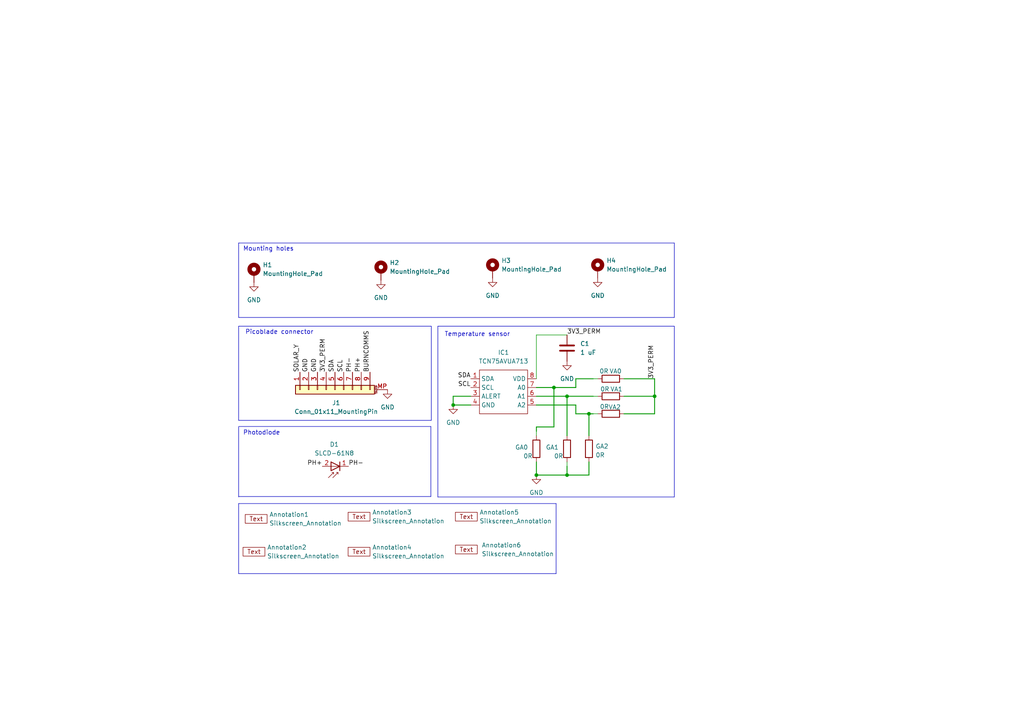
<source format=kicad_sch>
(kicad_sch (version 20230121) (generator eeschema)
  (paper "A4")
  (lib_symbols
    (symbol "Connector_Generic_MountingPin:Conn_01x09_MountingPin" (pin_names (offset 1.016) hide)
      (property "Reference" "J" (at 0 12.7 0))
      (property "Value" "Conn_01x09_MountingPin" (at 1.27 -12.7 0))
      (symbol "Conn_01x09_MountingPin_1_1"
        (rectangle (start -1.27 -10.033) (end 0 -10.287) (stroke (width 0.1524)))
        (rectangle (start -1.27 -7.493) (end 0 -7.747) (stroke (width 0.1524)))
        (rectangle (start -1.27 -4.953) (end 0 -5.207) (stroke (width 0.1524)))
        (rectangle (start -1.27 -2.413) (end 0 -2.667) (stroke (width 0.1524)))
        (rectangle (start -1.27 0.127) (end 0 -0.127) (stroke (width 0.1524)))
        (rectangle (start -1.27 2.667) (end 0 2.413) (stroke (width 0.1524)))
        (rectangle (start -1.27 5.207) (end 0 4.953) (stroke (width 0.1524)))
        (rectangle (start -1.27 7.747) (end 0 7.493) (stroke (width 0.1524)))
        (rectangle (start -1.27 10.287) (end 0 10.033) (stroke (width 0.1524)))
        (rectangle (start -1.27 11.43) (end 1.27 -11.43) (stroke (width 0.254)) (fill (type background)))
        (polyline (pts (xy -1.016 -12.192) (xy 1.016 -12.192)) (stroke (width 0.1524)))
        (text "Mounting" (at 0 -11.811 0) (effects (font (size 0.381 0.381))))
        (pin passive line (at -5.08 10.16 0) (length 3.81) (name "Pin_1") (number "1"))
        (pin passive line (at -5.08 7.62 0) (length 3.81) (name "Pin_2") (number "2"))
        (pin passive line (at -5.08 5.08 0) (length 3.81) (name "Pin_3") (number "3"))
        (pin passive line (at -5.08 2.54 0) (length 3.81) (name "Pin_4") (number "4"))
        (pin passive line (at -5.08 0 0) (length 3.81) (name "Pin_5") (number "5"))
        (pin passive line (at -5.08 -2.54 0) (length 3.81) (name "Pin_6") (number "6"))
        (pin passive line (at -5.08 -5.08 0) (length 3.81) (name "Pin_7") (number "7"))
        (pin passive line (at -5.08 -7.62 0) (length 3.81) (name "Pin_8") (number "8"))
        (pin passive line (at -5.08 -10.16 0) (length 3.81) (name "Pin_9") (number "9"))
        (pin passive line (at 0 -15.24 90) (length 3.048) (name "MountPin") (number "MP"))
      )
    )
    (symbol "Device:C" (pin_numbers hide) (pin_names (offset 0.254))
      (property "Reference" "C" (at 0.635 2.54 0))
      (property "Value" "C" (at 0.635 -2.54 0))
      (symbol "C_0_1"
        (polyline (pts (xy -2.032 -0.762) (xy 2.032 -0.762)) (stroke (width 0.508)))
        (polyline (pts (xy -2.032 0.762) (xy 2.032 0.762)) (stroke (width 0.508)))
      )
      (symbol "C_1_1"
        (pin passive line (at 0 3.81 270) (length 2.794) (name "~") (number "1"))
        (pin passive line (at 0 -3.81 90) (length 2.794) (name "~") (number "2"))
      )
    )
    (symbol "Device:R" (pin_numbers hide) (pin_names (offset 0))
      (property "Reference" "R" (at 2.032 0 90))
      (property "Value" "R" (at 0 0 90))
      (symbol "R_0_1"
        (rectangle (start -1.016 -2.54) (end 1.016 2.54) (stroke (width 0.254)))
      )
      (symbol "R_1_1"
        (pin passive line (at 0 3.81 270) (length 1.27) (name "~") (number "1"))
        (pin passive line (at 0 -3.81 90) (length 1.27) (name "~") (number "2"))
      )
    )
    (symbol "GND_10" (power) (pin_names (offset 0))
      (property "Value" "GND_10" (at 0 -3.81 0))
      (symbol "GND_10_0_1"
        (polyline (pts (xy 0 0) (xy 0 -1.27) (xy 1.27 -1.27) (xy 0 -2.54) (xy -1.27 -1.27) (xy 0 -1.27)))
      )
      (symbol "GND_10_1_1"
        (pin power_in line (at 0 0 270) (length 0) hide (name "GND") (number "1"))
      )
    )
    (symbol "GND_5" (power) (pin_names (offset 0))
      (property "Value" "GND_5" (at 0 -3.81 0))
      (symbol "GND_5_0_1"
        (polyline (pts (xy 0 0) (xy 0 -1.27) (xy 1.27 -1.27) (xy 0 -2.54) (xy -1.27 -1.27) (xy 0 -1.27)))
      )
      (symbol "GND_5_1_1"
        (pin power_in line (at 0 0 270) (length 0) hide (name "GND") (number "1"))
      )
    )
    (symbol "GND_6" (power) (pin_names (offset 0))
      (property "Value" "GND_6" (at 0 -3.81 0))
      (symbol "GND_6_0_1"
        (polyline (pts (xy 0 0) (xy 0 -1.27) (xy 1.27 -1.27) (xy 0 -2.54) (xy -1.27 -1.27) (xy 0 -1.27)))
      )
      (symbol "GND_6_1_1"
        (pin power_in line (at 0 0 270) (length 0) hide (name "GND") (number "1"))
      )
    )
    (symbol "GND_7" (power) (pin_names (offset 0))
      (property "Value" "GND_7" (at 0 -3.81 0))
      (symbol "GND_7_0_1"
        (polyline (pts (xy 0 0) (xy 0 -1.27) (xy 1.27 -1.27) (xy 0 -2.54) (xy -1.27 -1.27) (xy 0 -1.27)))
      )
      (symbol "GND_7_1_1"
        (pin power_in line (at 0 0 270) (length 0) hide (name "GND") (number "1"))
      )
    )
    (symbol "Mechanical:MountingHole_Pad" (pin_numbers hide) (pin_names (offset 1.016) hide)
      (property "Reference" "H" (at 0 6.35 0))
      (property "Value" "MountingHole_Pad" (at 0 4.445 0))
      (symbol "MountingHole_Pad_0_1"
        (circle (center 0 1.27) (radius 1.27) (stroke (width 1.27)))
      )
      (symbol "MountingHole_Pad_1_1"
        (pin input line (at 0 -2.54 90) (length 2.54) (name "1") (number "1"))
      )
    )
    (symbol "SP_ICs:TCN75AVUA713"
      (property "Reference" "U" (at 6.35 6.35 0))
      (property "Value" "TCN75AVUA713" (at 8.89 3.81 0))
      (symbol "TCN75AVUA713_0_0"
        (pin unspecified line (at 0 0 0) (length 2.54) (name "SDA") (number "1"))
        (pin unspecified line (at 0 -2.54 0) (length 2.54) (name "SCL") (number "2"))
        (pin unspecified line (at 0 -5.08 0) (length 2.54) (name "ALERT") (number "3"))
        (pin unspecified line (at 0 -7.62 0) (length 2.54) (name "GND") (number "4"))
        (pin unspecified line (at 19.05 -7.62 180) (length 2.54) (name "A2") (number "5"))
        (pin unspecified line (at 19.05 -5.08 180) (length 2.54) (name "A1") (number "6"))
        (pin unspecified line (at 19.05 -2.54 180) (length 2.54) (name "A0") (number "7"))
        (pin unspecified line (at 19.05 0 180) (length 2.54) (name "VDD") (number "8"))
      )
      (symbol "TCN75AVUA713_0_1"
        (rectangle (start 2.54 2.54) (end 16.51 -10.16))
      )
    )
    (symbol "passive-nsl:SLCD-61N8"
      (property "Reference" "D" (at 0 4.318 0))
      (property "Value" "SLCD-61N8" (at -0.254 -2.286 0))
      (symbol "SLCD-61N8_0_1"
        (polyline (pts (xy -1.524 1.27) (xy -1.524 -1.27)) (stroke (width 0.254)))
        (polyline (pts (xy -1.016 1.778) (xy -0.508 1.778)))
        (polyline (pts (xy 1.016 0) (xy -1.524 0)))
        (polyline (pts (xy 0.508 3.302) (xy -1.016 1.778) (xy -1.016 2.286)))
        (polyline (pts (xy 1.016 -1.27) (xy 1.016 1.27) (xy -1.524 0) (xy 1.016 -1.27)) (stroke (width 0.254)))
        (polyline (pts (xy 1.778 3.302) (xy 0.254 1.778) (xy 0.254 2.286) (xy 0.254 1.778) (xy 0.762 1.778)))
      )
      (symbol "SLCD-61N8_1_1"
        (pin passive line (at -4.064 0 0) (length 2.54) (name "") (number "1"))
        (pin passive line (at 3.556 0 180) (length 2.54) (name "") (number "2"))
      )
    )
    (symbol "power:GND" (power) (pin_names (offset 0))
      (property "Value" "GND" (at 0 -3.81 0))
      (symbol "GND_0_1"
        (polyline (pts (xy 0 0) (xy 0 -1.27) (xy 1.27 -1.27) (xy 0 -2.54) (xy -1.27 -1.27) (xy 0 -1.27)))
      )
      (symbol "GND_1_1"
        (pin power_in line (at 0 0 270) (length 0) hide (name "GND") (number "1"))
      )
    )
    (symbol "symbols-nsl:Silkscreen_Annotation"
      (property "Reference" "Annotation" (at 3.81 0 0))
      (property "Value" "Silkscreen_Annotation" (at 8.89 2.54 0))
      (symbol "Silkscreen_Annotation_0_0"
        (text "Text" (at 1.905 5.715 0) (effects (font (size 1.27 1.27))))
      )
      (symbol "Silkscreen_Annotation_0_1"
        (rectangle (start -1.27 6.985) (end 5.08 4.445))
      )
    )
  )
  (junction (at 131.445 117.475))
  (junction (at 164.465 137.795))
  (junction (at 160.655 112.395))
  (junction (at 170.815 120.015))
  (junction (at 189.865 114.935))
  (junction (at 164.465 114.935))
  (junction (at 155.575 137.795))
  (wire (pts (xy 170.815 120.015) (xy 170.815 126.365)) (stroke (width 0.254)))
  (wire (pts (xy 131.445 114.935) (xy 131.445 117.475)) (stroke (width 0.254)))
  (wire (pts (xy 180.975 120.015) (xy 189.865 120.015)) (stroke (width 0.254)))
  (polyline (pts (xy 69.215 146.05) (xy 69.215 166.37)))
  (polyline (pts (xy 69.215 123.698) (xy 124.968 123.698)))
  (wire (pts (xy 167.005 120.015) (xy 167.005 117.475)) (stroke (width 0.254)))
  (wire (pts (xy 155.575 125.095) (xy 155.575 123.825)) (stroke (width 0.254)))
  (polyline (pts (xy 69.215 70.485) (xy 195.58 70.485)))
  (polyline (pts (xy 127 94.615) (xy 127 144.145)))
  (wire (pts (xy 172.085 120.015) (xy 173.355 120.015)))
  (wire (pts (xy 172.085 109.855) (xy 173.355 109.855)))
  (wire (pts (xy 170.815 133.985) (xy 170.815 137.795)) (stroke (width 0.254)))
  (wire (pts (xy 155.575 137.795) (xy 164.465 137.795)) (stroke (width 0.254)))
  (polyline (pts (xy 69.215 144.018) (xy 124.968 144.018)))
  (polyline (pts (xy 125.095 94.615) (xy 125.095 121.92)))
  (wire (pts (xy 155.575 114.935) (xy 164.465 114.935)) (stroke (width 0.254)))
  (wire (pts (xy 155.575 133.985) (xy 155.575 137.795)) (stroke (width 0.254)))
  (wire (pts (xy 189.865 114.935) (xy 189.865 120.015)) (stroke (width 0.254)))
  (wire (pts (xy 167.005 109.855) (xy 167.005 112.395)) (stroke (width 0.254)))
  (polyline (pts (xy 69.215 121.92) (xy 125.095 121.92)))
  (wire (pts (xy 170.815 120.015) (xy 167.005 120.015)) (stroke (width 0.254)))
  (wire (pts (xy 160.655 123.825) (xy 160.655 112.395)) (stroke (width 0.254)))
  (polyline (pts (xy 161.29 146.05) (xy 161.29 166.37)))
  (wire (pts (xy 172.085 114.935) (xy 173.355 114.935)))
  (wire (pts (xy 155.575 117.475) (xy 167.005 117.475)) (stroke (width 0.254)))
  (wire (pts (xy 131.445 114.935) (xy 136.525 114.935)) (stroke (width 0.254)))
  (wire (pts (xy 131.445 117.475) (xy 136.525 117.475)) (stroke (width 0.254)))
  (polyline (pts (xy 195.58 92.075) (xy 69.215 92.075)))
  (wire (pts (xy 164.465 133.985) (xy 164.465 135.255)))
  (wire (pts (xy 155.575 97.155) (xy 164.465 97.155)))
  (polyline (pts (xy 69.215 123.825) (xy 69.215 144.145)))
  (wire (pts (xy 155.575 123.825) (xy 160.655 123.825)) (stroke (width 0.254)))
  (polyline (pts (xy 127 94.615) (xy 195.58 94.615)))
  (wire (pts (xy 180.975 109.855) (xy 189.865 109.855)) (stroke (width 0.254)))
  (polyline (pts (xy 195.58 94.615) (xy 195.58 144.145)))
  (wire (pts (xy 164.465 135.255) (xy 164.465 137.795)) (stroke (width 0.254)))
  (polyline (pts (xy 69.215 166.37) (xy 161.29 166.37)))
  (wire (pts (xy 189.865 109.855) (xy 189.865 114.935)) (stroke (width 0.254)))
  (polyline (pts (xy 69.215 70.485) (xy 69.215 92.075)))
  (wire (pts (xy 164.465 137.795) (xy 170.815 137.795)) (stroke (width 0.254)))
  (polyline (pts (xy 69.215 146.05) (xy 161.29 146.05)))
  (wire (pts (xy 180.975 114.935) (xy 189.865 114.935)) (stroke (width 0.254)))
  (wire (pts (xy 172.085 114.935) (xy 164.465 114.935)) (stroke (width 0.254)))
  (wire (pts (xy 167.005 112.395) (xy 160.655 112.395)) (stroke (width 0.254)))
  (polyline (pts (xy 195.58 144.145) (xy 127 144.145)))
  (wire (pts (xy 155.575 109.855) (xy 155.575 97.155)))
  (wire (pts (xy 155.575 112.395) (xy 160.655 112.395)) (stroke (width 0.254)))
  (wire (pts (xy 155.575 125.095) (xy 155.575 126.365)))
  (polyline (pts (xy 69.215 94.615) (xy 69.215 121.92)))
  (wire (pts (xy 172.085 120.015) (xy 170.815 120.015)) (stroke (width 0.254)))
  (polyline (pts (xy 69.215 94.615) (xy 125.095 94.615)))
  (polyline (pts (xy 195.58 70.485) (xy 195.58 92.075)))
  (wire (pts (xy 172.085 109.855) (xy 167.005 109.855)) (stroke (width 0.254)))
  (polyline (pts (xy 124.968 123.698) (xy 124.968 144.018)))
  (wire (pts (xy 164.465 114.935) (xy 164.465 126.365)) (stroke (width 0.254)))
  (text "Photodiode\n" (at 70.485 126.365 0) (effects (font (size 1.27 1.27)) (justify left bottom)))
  (text "Picoblade connector" (at 71.12 97.155 0) (effects (font (size 1.27 1.27)) (justify left bottom)))
  (text "Mounting holes\n" (at 70.485 73.025 0) (effects (font (size 1.27 1.27)) (justify left bottom)))
  (text "Temperature sensor" (at 128.905 97.79 0) (effects (font (size 1.27 1.27)) (justify left bottom)))
  (label "3V3_PERM" (at 164.465 97.155 0))
  (label "PH+" (at 93.472 135.255 180))
  (label "SOLAR_Y" (at 86.995 107.95 90))
  (label "PH-" (at 102.235 107.95 90))
  (label "PH-" (at 101.092 135.255 0))
  (label "3V3_PERM" (at 94.615 107.95 90))
  (label "PH+" (at 104.775 107.95 90))
  (label "GND" (at 89.535 107.95 90))
  (label "SDA" (at 136.525 109.855 180))
  (label "SCL" (at 136.525 112.395 180))
  (label "3V3_PERM" (at 189.865 109.855 90))
  (label "SCL" (at 99.695 107.95 90))
  (label "BURNCOMMS" (at 107.315 107.95 90))
  (label "GND" (at 92.075 107.95 90))
  (label "SDA" (at 97.155 107.95 90))
  (symbol (lib_id "Device:R") (at 155.575 130.175 0) (unit 1)
    (property "Reference" "GA0" (at 149.3923 130.4626 0) (effects (justify left bottom)))
    (property "Value" "0R" (at 151.7829 133.0034 0) (effects (justify left bottom)))
    (property "Footprint" "Resistor_SMD:R_0805_2012Metric" (effects hide))
    (property "NAMEALIAS" "Value(Ω)" (effects hide))
    (property "BOM_SUPPLIER PART" "71-CRCW0805J-5K" (effects hide))
    (property "BOM_SUPPLIER" "Mouser" (effects hide))
    (property "CONTRIBUTOR" "LCEDA_Lib" (effects hide))
    (property "SPICEPRE" "R" (effects hide))
    (property "SPICESYMBOLNAME" "R_0603_US" (effects hide))
    (property "BOM_MANUFACTURER PART" "CRCW08055K00JNTA" (effects hide))
    (property "BOM_MANUFACTURER" "Vishay / Dale" (effects hide))
    (property "BOM_LINK" "https://www.mouser.es/ProductDetail/Vishay-Dale/CRCW08055K00JNTA?qs=%2Fha2pyFadui6t5gBae62ocFJ46SNue422n5luvT1xmc7fnXInubqKA%3D%3D" (effects hide))
    (property "Manufacturer 1" "Vishay / Dale" (effects hide))
    (property "Manufacturer Part Number 1" "CRCW08055K00JNTA" (effects hide))
    (property "Supplier 1" "Mouser" (effects hide))
    (property "Supplier Part Number 1" "71-CRCW0805J-5K" (effects hide))
  )
  (symbol (lib_id "Mechanical:MountingHole_Pad") (at 73.66 79.375 0) (unit 1)
    (property "Reference" "H1" (at 76.2 76.8349 0) (effects (justify left)))
    (property "Value" "MountingHole_Pad" (at 76.2 79.3749 0) (effects (justify left)))
    (property "Footprint" "MountingHole:MountingHole_3.2mm_M3_ISO14580_Pad" (effects hide))
    (property "Manufacturer 1" "N/A" (effects hide))
    (property "Manufacturer Part Number 1" "N/A" (effects hide))
    (property "Supplier 1" "N/A" (effects hide))
    (property "Supplier Part Number 1" "N/A" (effects hide))
  )
  (symbol (lib_name "GND_5") (lib_id "power:GND") (at 164.465 104.775 0) (unit 1)
    (property "Reference" "#PWR0102" (effects hide))
    (property "Value" "GND" (at 164.465 109.855 0))
  )
  (symbol (lib_id "symbols-nsl:Silkscreen_Annotation") (at 102.235 155.575 0) (unit 1)
    (property "Reference" "Annotation3" (at 107.95 148.5899 0) (effects (justify left)))
    (property "Value" "Silkscreen_Annotation" (at 107.95 151.1299 0) (effects (justify left)))
    (property "Footprint" "symbols-nsl:NSL_long" (effects hide))
  )
  (symbol (lib_id "symbols-nsl:Silkscreen_Annotation") (at 72.39 156.21 0) (unit 1)
    (property "Reference" "Annotation1" (at 78.105 149.2249 0) (effects (justify left)))
    (property "Value" "Silkscreen_Annotation" (at 78.105 151.7649 0) (effects (justify left)))
    (property "Footprint" "symbols-nsl:IEEE_logo" (effects hide))
  )
  (symbol (lib_id "symbols-nsl:Silkscreen_Annotation") (at 133.35 155.575 0) (unit 1)
    (property "Reference" "Annotation5" (at 139.065 148.5899 0) (effects (justify left)))
    (property "Value" "Silkscreen_Annotation" (at 139.065 151.1299 0) (effects (justify left)))
    (property "Footprint" "symbols-nsl:UPC_positiu" (effects hide))
  )
  (symbol (lib_name "GND_6") (lib_id "power:GND") (at 110.49 81.28 0) (unit 1)
    (property "Reference" "#PWR0105" (effects hide))
    (property "Value" "GND" (at 110.49 86.36 0))
  )
  (symbol (lib_id "symbols-nsl:Silkscreen_Annotation") (at 102.235 165.735 0) (unit 1)
    (property "Reference" "Annotation4" (at 107.95 158.7499 0) (effects (justify left)))
    (property "Value" "Silkscreen_Annotation" (at 107.95 161.2899 0) (effects (justify left)))
    (property "Footprint" "symbols-nsl:Telecos" (effects hide))
  )
  (symbol (lib_id "power:GND") (at 73.66 81.915 0) (unit 1)
    (property "Reference" "#PWR0106" (effects hide))
    (property "Value" "GND" (at 73.66 86.995 0))
  )
  (symbol (lib_id "Device:R") (at 177.165 120.015 90) (unit 1)
    (property "Reference" "VA2" (at 180.086 117.348 90) (effects (justify left bottom)))
    (property "Value" "0R" (at 176.657 117.221 90) (effects (justify left bottom)))
    (property "Footprint" "Resistor_SMD:R_0805_2012Metric" (effects hide))
    (property "NAMEALIAS" "Value(Ω)" (effects hide))
    (property "BOM_SUPPLIER PART" "71-CRCW0805J-5K" (effects hide))
    (property "BOM_SUPPLIER" "Mouser" (effects hide))
    (property "CONTRIBUTOR" "LCEDA_Lib" (effects hide))
    (property "SPICEPRE" "R" (effects hide))
    (property "SPICESYMBOLNAME" "R_0603_US" (effects hide))
    (property "BOM_MANUFACTURER PART" "CRCW08055K00JNTA" (effects hide))
    (property "BOM_MANUFACTURER" "Vishay / Dale" (effects hide))
    (property "BOM_LINK" "https://www.mouser.es/ProductDetail/Vishay-Dale/CRCW08055K00JNTA?qs=%2Fha2pyFadui6t5gBae62ocFJ46SNue422n5luvT1xmc7fnXInubqKA%3D%3D" (effects hide))
    (property "Manufacturer 1" "Vishay / Dale" (effects hide))
    (property "Manufacturer Part Number 1" "CRCW08055K00JNTA" (effects hide))
    (property "Supplier 1" "Mouser" (effects hide))
    (property "Supplier Part Number 1" "71-CRCW0805J-5K" (effects hide))
  )
  (symbol (lib_name "GND_7") (lib_id "power:GND") (at 173.355 80.645 0) (unit 1)
    (property "Reference" "#PWR0108" (effects hide))
    (property "Value" "GND" (at 173.355 85.725 0))
  )
  (symbol (lib_id "Device:R") (at 177.165 109.855 90) (unit 1)
    (property "Reference" "VA0" (at 180.34 106.934 90) (effects (justify left bottom)))
    (property "Value" "0R" (at 176.53 106.934 90) (effects (justify left bottom)))
    (property "Footprint" "Resistor_SMD:R_0805_2012Metric" (effects hide))
    (property "NAMEALIAS" "Value(Ω)" (effects hide))
    (property "BOM_SUPPLIER PART" "71-CRCW0805J-5K" (effects hide))
    (property "BOM_SUPPLIER" "Mouser" (effects hide))
    (property "CONTRIBUTOR" "LCEDA_Lib" (effects hide))
    (property "SPICEPRE" "R" (effects hide))
    (property "SPICESYMBOLNAME" "R_0603_US" (effects hide))
    (property "BOM_MANUFACTURER PART" "CRCW08055K00JNTA" (effects hide))
    (property "BOM_MANUFACTURER" "Vishay / Dale" (effects hide))
    (property "BOM_LINK" "https://www.mouser.es/ProductDetail/Vishay-Dale/CRCW08055K00JNTA?qs=%2Fha2pyFadui6t5gBae62ocFJ46SNue422n5luvT1xmc7fnXInubqKA%3D%3D" (effects hide))
    (property "Manufacturer 1" "Vishay / Dale" (effects hide))
    (property "Manufacturer Part Number 1" "CRCW08055K00JNTA" (effects hide))
    (property "Supplier 1" "Mouser" (effects hide))
    (property "Supplier Part Number 1" "71-CRCW0805J-5K" (effects hide))
  )
  (symbol (lib_id "Device:C") (at 164.465 100.965 0) (unit 1)
    (property "Reference" "C1" (at 168.275 99.6949 0) (effects (justify left)))
    (property "Value" "1 uF" (at 168.275 102.2349 0) (effects (justify left)))
    (property "Footprint" "Capacitor_SMD:C_0603_1608Metric" (effects hide))
    (property "Supplier 1" "Mouser" (effects hide))
    (property "Manufacturer 1" "Murata Electronics" (effects hide))
    (property "Manufacturer Part Number 1" "GRM188R72A104KA35J" (effects hide))
    (property "Supplier Part Number 1" "81-GRM188R72A104KA5J" (effects hide))
  )
  (symbol (lib_id "symbols-nsl:Silkscreen_Annotation") (at 133.35 165.1 0) (unit 1)
    (property "Reference" "Annotation6" (at 139.7 158.115 0) (effects (justify left)))
    (property "Value" "Silkscreen_Annotation" (at 139.7 160.655 0) (effects (justify left)))
    (property "Footprint" "symbols-nsl:NSL_Lektron" (effects hide))
  )
  (symbol (lib_id "Mechanical:MountingHole_Pad") (at 110.49 78.74 0) (unit 1)
    (property "Reference" "H2" (at 113.03 76.1999 0) (effects (justify left)))
    (property "Value" "MountingHole_Pad" (at 113.03 78.7399 0) (effects (justify left)))
    (property "Footprint" "MountingHole:MountingHole_3.2mm_M3_ISO14580_Pad" (effects hide))
    (property "Manufacturer 1" "N/A" (effects hide))
    (property "Manufacturer Part Number 1" "N/A" (effects hide))
    (property "Supplier 1" "N/A" (effects hide))
    (property "Supplier Part Number 1" "N/A" (effects hide))
  )
  (symbol (lib_id "passive-nsl:SLCD-61N8") (at 97.028 135.255 180) (unit 1)
    (property "Reference" "D1" (at 96.9645 128.905 0))
    (property "Value" "SLCD-61N8" (at 96.9645 131.445 0))
    (property "Footprint" "passive-nsl:SLCD-61N8" (effects hide))
    (property "Manufacturer 1" "Advanced Photonix" (effects hide))
    (property "Manufacturer Part Number 1" "SLCD-61N8" (effects hide))
    (property "Supplier 1" "Farnell" (effects hide))
    (property "Supplier Part Number 1" "1218991" (effects hide))
  )
  (symbol (lib_id "Mechanical:MountingHole_Pad") (at 142.875 78.105 0) (unit 1)
    (property "Reference" "H3" (at 145.415 75.5649 0) (effects (justify left)))
    (property "Value" "MountingHole_Pad" (at 145.415 78.1049 0) (effects (justify left)))
    (property "Footprint" "MountingHole:MountingHole_3.2mm_M3_ISO14580_Pad" (effects hide))
    (property "Manufacturer 1" "N/A" (effects hide))
    (property "Manufacturer Part Number 1" "N/A" (effects hide))
    (property "Supplier 1" "N/A" (effects hide))
    (property "Supplier Part Number 1" "N/A" (effects hide))
  )
  (symbol (lib_name "GND_10") (lib_id "power:GND") (at 142.875 80.645 0) (unit 1)
    (property "Reference" "#PWR0107" (effects hide))
    (property "Value" "GND" (at 142.875 85.725 0))
  )
  (symbol (lib_id "Mechanical:MountingHole_Pad") (at 173.355 78.105 0) (unit 1)
    (property "Reference" "H4" (at 175.895 75.5649 0) (effects (justify left)))
    (property "Value" "MountingHole_Pad" (at 175.895 78.1049 0) (effects (justify left)))
    (property "Footprint" "MountingHole:MountingHole_3.2mm_M3_ISO14580_Pad" (effects hide))
    (property "Manufacturer 1" "N/A" (effects hide))
    (property "Manufacturer Part Number 1" "N/A" (effects hide))
    (property "Supplier 1" "N/A" (effects hide))
    (property "Supplier Part Number 1" "N/A" (effects hide))
  )
  (symbol (lib_name "GND_5") (lib_id "power:GND") (at 131.445 117.475 0) (unit 1)
    (property "Reference" "#PWR0101" (effects hide))
    (property "Value" "GND" (at 131.445 122.555 0))
  )
  (symbol (lib_id "Device:R") (at 164.465 130.175 0) (unit 1)
    (property "Reference" "GA1" (at 158.2823 130.4626 0) (effects (justify left bottom)))
    (property "Value" "0R" (at 160.6729 133.0034 0) (effects (justify left bottom)))
    (property "Footprint" "Resistor_SMD:R_0805_2012Metric" (effects hide))
    (property "NAMEALIAS" "Value(Ω)" (effects hide))
    (property "BOM_SUPPLIER PART" "71-CRCW0805J-5K" (effects hide))
    (property "BOM_SUPPLIER" "Mouser" (effects hide))
    (property "CONTRIBUTOR" "LCEDA_Lib" (effects hide))
    (property "SPICEPRE" "R" (effects hide))
    (property "SPICESYMBOLNAME" "R_0603_US" (effects hide))
    (property "BOM_MANUFACTURER PART" "CRCW08055K00JNTA" (effects hide))
    (property "BOM_MANUFACTURER" "Vishay / Dale" (effects hide))
    (property "BOM_LINK" "https://www.mouser.es/ProductDetail/Vishay-Dale/CRCW08055K00JNTA?qs=%2Fha2pyFadui6t5gBae62ocFJ46SNue422n5luvT1xmc7fnXInubqKA%3D%3D" (effects hide))
    (property "Manufacturer 1" "Vishay / Dale" (effects hide))
    (property "Manufacturer Part Number 1" "CRCW08055K00JNTA" (effects hide))
    (property "Supplier 1" "Mouser" (effects hide))
    (property "Supplier Part Number 1" "71-CRCW0805J-5K" (effects hide))
  )
  (symbol (lib_id "SP_ICs:TCN75AVUA713") (at 136.525 109.855 0) (unit 1)
    (property "Reference" "IC1" (at 146.05 102.235 0))
    (property "Value" "TCN75AVUA713" (at 146.05 104.775 0))
    (property "Footprint" "sensor-nsl:TCN75AVOA" (effects hide))
    (property "Manufacturer 1" "Microchip" (effects hide))
    (property "Manufacturer Part Number 1" "TCN75AVOA" (effects hide))
    (property "Supplier 1" "Mouser" (effects hide))
    (property "Supplier Part Number 1" " 579-TCN75AVOA" (effects hide))
  )
  (symbol (lib_name "GND_5") (lib_id "power:GND") (at 155.575 137.795 0) (unit 1)
    (property "Reference" "#PWR0103" (effects hide))
    (property "Value" "GND" (at 155.575 142.875 0))
  )
  (symbol (lib_id "symbols-nsl:Silkscreen_Annotation") (at 71.755 165.735 0) (unit 1)
    (property "Reference" "Annotation2" (at 77.47 158.7499 0) (effects (justify left)))
    (property "Value" "Silkscreen_Annotation" (at 77.47 161.2899 0) (effects (justify left)))
    (property "Footprint" "symbols-nsl:GRSS" (effects hide))
  )
  (symbol (lib_id "Device:R") (at 177.165 114.935 90) (unit 1)
    (property "Reference" "VA1" (at 180.594 112.141 90) (effects (justify left bottom)))
    (property "Value" "0R" (at 176.784 112.141 90) (effects (justify left bottom)))
    (property "Footprint" "Resistor_SMD:R_0805_2012Metric" (effects hide))
    (property "NAMEALIAS" "Value(Ω)" (effects hide))
    (property "BOM_SUPPLIER PART" "71-CRCW0805J-5K" (effects hide))
    (property "BOM_SUPPLIER" "Mouser" (effects hide))
    (property "CONTRIBUTOR" "LCEDA_Lib" (effects hide))
    (property "SPICEPRE" "R" (effects hide))
    (property "SPICESYMBOLNAME" "R_0603_US" (effects hide))
    (property "BOM_MANUFACTURER PART" "CRCW08055K00JNTA" (effects hide))
    (property "BOM_MANUFACTURER" "Vishay / Dale" (effects hide))
    (property "BOM_LINK" "https://www.mouser.es/ProductDetail/Vishay-Dale/CRCW08055K00JNTA?qs=%2Fha2pyFadui6t5gBae62ocFJ46SNue422n5luvT1xmc7fnXInubqKA%3D%3D" (effects hide))
    (property "Manufacturer 1" "Vishay / Dale" (effects hide))
    (property "Manufacturer Part Number 1" "CRCW08055K00JNTA" (effects hide))
    (property "Supplier 1" "Mouser" (effects hide))
    (property "Supplier Part Number 1" "71-CRCW0805J-5K" (effects hide))
  )
  (symbol (lib_name "GND_5") (lib_id "power:GND") (at 112.395 113.03 0) (unit 1)
    (property "Reference" "#PWR0104" (effects hide))
    (property "Value" "GND" (at 112.395 118.11 0))
  )
  (symbol (lib_id "Connector_Generic_MountingPin:Conn_01x09_MountingPin") (at 97.155 113.03 90) (mirror x) (unit 1)
    (property "Reference" "J1" (at 97.5106 116.84 90))
    (property "Value" "Conn_01x11_MountingPin" (at 97.5106 119.38 90))
    (property "Footprint" "Connector_Molex:Molex_PicoBlade_53261-0971_1x09-1MP_P1.25mm_Horizontal" (effects hide))
    (property "Manufacturer 1" "MOLEX" (effects hide))
    (property "Manufacturer Part Number 1" "Picoblade-53261-0971 " (effects hide))
    (property "Supplier 1" "Mouser" (effects hide))
    (property "Supplier Part Number 1" "538-53261-0971 " (effects hide))
  )
  (symbol (lib_id "Device:R") (at 170.815 130.175 0) (unit 1)
    (property "Reference" "GA2" (at 172.72 130.175 0) (effects (justify left bottom)))
    (property "Value" "0R" (at 172.72 132.715 0) (effects (justify left bottom)))
    (property "Footprint" "Resistor_SMD:R_0805_2012Metric" (effects hide))
    (property "NAMEALIAS" "Value(Ω)" (effects hide))
    (property "BOM_SUPPLIER PART" "71-CRCW0805J-5K" (effects hide))
    (property "BOM_SUPPLIER" "Mouser" (effects hide))
    (property "CONTRIBUTOR" "LCEDA_Lib" (effects hide))
    (property "SPICEPRE" "R" (effects hide))
    (property "SPICESYMBOLNAME" "R_0603_US" (effects hide))
    (property "BOM_MANUFACTURER PART" "CRCW08055K00JNTA" (effects hide))
    (property "BOM_MANUFACTURER" "Vishay / Dale" (effects hide))
    (property "BOM_LINK" "https://www.mouser.es/ProductDetail/Vishay-Dale/CRCW08055K00JNTA?qs=%2Fha2pyFadui6t5gBae62ocFJ46SNue422n5luvT1xmc7fnXInubqKA%3D%3D" (effects hide))
    (property "Manufacturer 1" "Vishay / Dale" (effects hide))
    (property "Manufacturer Part Number 1" "CRCW08055K00JNTA" (effects hide))
    (property "Supplier 1" "Mouser" (effects hide))
    (property "Supplier Part Number 1" "71-CRCW0805J-5K" (effects hide))
  )
)
</source>
